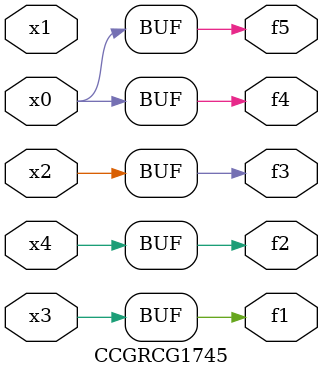
<source format=v>
module CCGRCG1745(
	input x0, x1, x2, x3, x4,
	output f1, f2, f3, f4, f5
);
	assign f1 = x3;
	assign f2 = x4;
	assign f3 = x2;
	assign f4 = x0;
	assign f5 = x0;
endmodule

</source>
